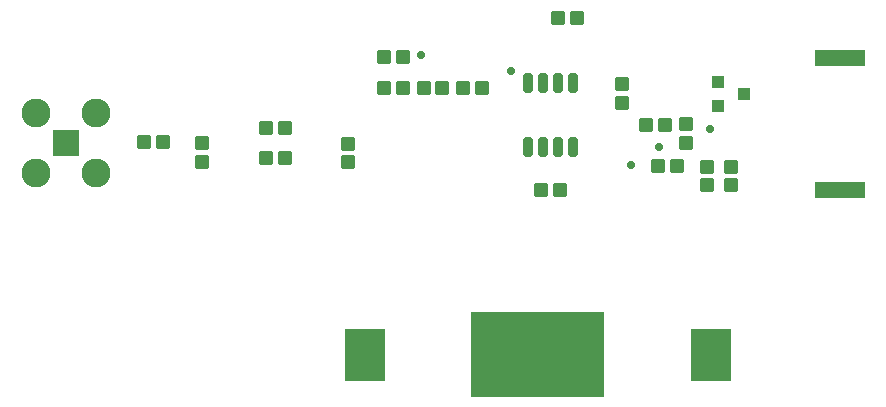
<source format=gts>
G04*
G04 #@! TF.GenerationSoftware,Altium Limited,Altium Designer,20.1.7 (139)*
G04*
G04 Layer_Color=8388736*
%FSLAX43Y43*%
%MOMM*%
G71*
G04*
G04 #@! TF.SameCoordinates,6177D0A9-487A-4126-AA2D-7D1D30F1A86E*
G04*
G04*
G04 #@! TF.FilePolarity,Negative*
G04*
G01*
G75*
%ADD22R,4.203X1.403*%
G04:AMPARAMS|DCode=23|XSize=1.143mm|YSize=1.223mm|CornerRadius=0.196mm|HoleSize=0mm|Usage=FLASHONLY|Rotation=0.000|XOffset=0mm|YOffset=0mm|HoleType=Round|Shape=RoundedRectangle|*
%AMROUNDEDRECTD23*
21,1,1.143,0.832,0,0,0.0*
21,1,0.752,1.223,0,0,0.0*
1,1,0.391,0.376,-0.416*
1,1,0.391,-0.376,-0.416*
1,1,0.391,-0.376,0.416*
1,1,0.391,0.376,0.416*
%
%ADD23ROUNDEDRECTD23*%
G04:AMPARAMS|DCode=24|XSize=1.143mm|YSize=1.223mm|CornerRadius=0.196mm|HoleSize=0mm|Usage=FLASHONLY|Rotation=90.000|XOffset=0mm|YOffset=0mm|HoleType=Round|Shape=RoundedRectangle|*
%AMROUNDEDRECTD24*
21,1,1.143,0.832,0,0,90.0*
21,1,0.752,1.223,0,0,90.0*
1,1,0.391,0.416,0.376*
1,1,0.391,0.416,-0.376*
1,1,0.391,-0.416,-0.376*
1,1,0.391,-0.416,0.376*
%
%ADD24ROUNDEDRECTD24*%
G04:AMPARAMS|DCode=25|XSize=1.703mm|YSize=0.803mm|CornerRadius=0.252mm|HoleSize=0mm|Usage=FLASHONLY|Rotation=270.000|XOffset=0mm|YOffset=0mm|HoleType=Round|Shape=RoundedRectangle|*
%AMROUNDEDRECTD25*
21,1,1.703,0.300,0,0,270.0*
21,1,1.200,0.803,0,0,270.0*
1,1,0.503,-0.150,-0.600*
1,1,0.503,-0.150,0.600*
1,1,0.503,0.150,0.600*
1,1,0.503,0.150,-0.600*
%
%ADD25ROUNDEDRECTD25*%
%ADD26R,1.016X1.016*%
%ADD27R,3.403X4.403*%
%ADD28R,2.303X2.303*%
%ADD29C,2.453*%
%ADD30C,0.703*%
G36*
X45189Y16583D02*
X56389D01*
Y9383D01*
X45189D01*
Y16583D01*
D02*
G37*
D22*
X76392Y38141D02*
D03*
Y26941D02*
D03*
D23*
X62552Y28960D02*
D03*
X60972D02*
D03*
X37818Y38227D02*
D03*
X39398D02*
D03*
X42715Y35589D02*
D03*
X41135D02*
D03*
X44462D02*
D03*
X46042D02*
D03*
X51066Y26928D02*
D03*
X52646D02*
D03*
X29405Y29620D02*
D03*
X27825D02*
D03*
X39359Y35589D02*
D03*
X37779D02*
D03*
X19078Y30988D02*
D03*
X17498D02*
D03*
X54094Y41533D02*
D03*
X52514D02*
D03*
X29405Y32160D02*
D03*
X27825D02*
D03*
X61561Y32440D02*
D03*
X59981D02*
D03*
D24*
X34711Y30867D02*
D03*
Y29287D02*
D03*
X22392Y30893D02*
D03*
Y29313D02*
D03*
X65140Y28912D02*
D03*
Y27332D02*
D03*
X67198D02*
D03*
Y28912D02*
D03*
X57952Y34339D02*
D03*
Y35919D02*
D03*
X63337Y32493D02*
D03*
Y30913D02*
D03*
D25*
X49976Y36003D02*
D03*
X51246D02*
D03*
X52516D02*
D03*
X53786D02*
D03*
X52516Y30603D02*
D03*
X51246D02*
D03*
X49976D02*
D03*
X53786D02*
D03*
D26*
X66029Y36072D02*
D03*
X68239Y35056D02*
D03*
X66029Y34040D02*
D03*
D27*
X36139Y12983D02*
D03*
X65439D02*
D03*
D28*
X10835Y30890D02*
D03*
D29*
X8285Y28340D02*
D03*
X13385D02*
D03*
Y33440D02*
D03*
X8285D02*
D03*
D30*
X65391Y32124D02*
D03*
X61087Y30607D02*
D03*
X58674Y29083D02*
D03*
X40894Y38354D02*
D03*
X48500Y37000D02*
D03*
M02*

</source>
